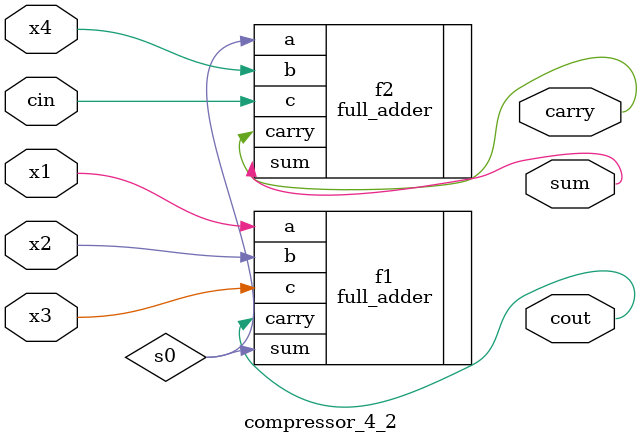
<source format=v>
module compressor_4_2(input x1,x2,x3,x4,cin,
output sum,cout,carry);

wire s0;
full_adder f1(.a(x1),.b(x2),.c(x3),.sum(s0),.carry(cout));

full_adder f2(.a(s0),.b(x4),.c(cin),.sum(sum),.carry(carry));

endmodule
</source>
